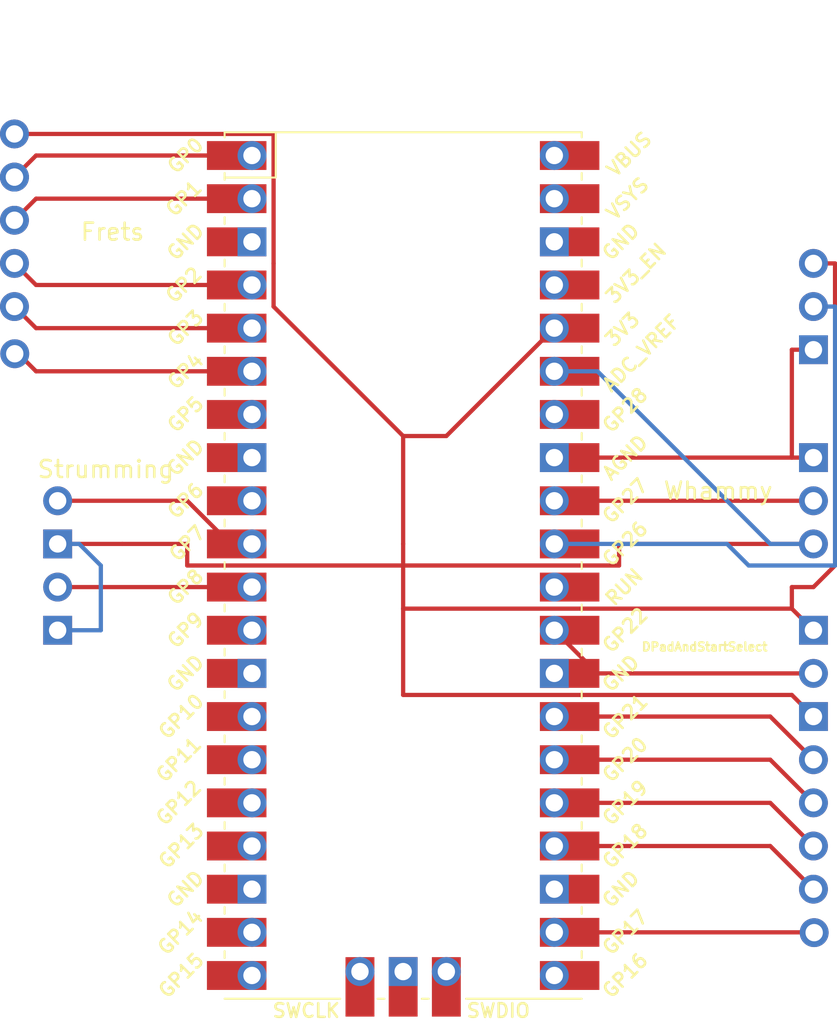
<source format=kicad_pcb>
(kicad_pcb (version 20221018) (generator pcbnew)
  (layers (0 "F.Cu" signal) (31 "B.Cu" signal) (34 "B.Paste" user) (35 "F.Paste" user) (36 "B.SilkS" user "B.Silkscreen") (37 "F.SilkS" user "F.Silkscreen") (38 "B.Mask" user) (39 "F.Mask" user) (44 "Edge.Cuts" user))
  (net 0 "")
  (footprint "" (layer "F.Cu") (at 124.46 100.33)
    (fp_text reference "" (at 0 0) (layer "F.SilkS") (effects (font (size 1.27 1.27))))
    (fp_text value "" (at 0 0) (layer "F.SilkS") (effects (font (size 1.27 1.27))))
    (pad "13" thru_hole rect (at 0 0) (size 1.7 1.7) (drill 1.02) (layers "*.Cu" "*.Mask"))
  )
  (footprint "" (layer "F.Cu") (at 168.91 86.36)
    (fp_text reference "" (at 0 0) (layer "F.SilkS") (effects (font (size 1.27 1.27))))
    (fp_text value "" (at 0 0) (layer "F.SilkS") (effects (font (size 1.27 1.27))))
    (pad "36" thru_hole oval (at 0 0) (size 1.7 1.7) (drill 1.02) (layers "*.Cu" "*.Mask"))
  )
  (footprint "" (layer "F.Cu") (at 168.91 100.33)
    (fp_text reference "" (at 0 0) (layer "F.SilkS") (effects (font (size 1.27 1.27))))
    (fp_text value "" (at 0 0) (layer "F.SilkS") (effects (font (size 1.27 1.27))))
    (pad "31" thru_hole oval (at 0 0) (size 1.7 1.7) (drill 1.02) (layers "*.Cu" "*.Mask"))
  )
  (footprint "" (layer "F.Cu") (at 168.91 110.49)
    (fp_text reference "" (at 0 0) (layer "F.SilkS") (effects (font (size 1.27 1.27))))
    (fp_text value "" (at 0 0) (layer "F.SilkS") (effects (font (size 1.27 1.27))))
    (pad "28" thru_hole rect (at 0 0) (size 1.7 1.7) (drill 1.02) (layers "*.Cu" "*.Mask"))
  )
  (footprint "" (layer "F.Cu") (at 121.92 81.28)
    (fp_text reference "" (at 0 0) (layer "F.SilkS") (effects (font (size 1.27 1.27))))
    (fp_text value "" (at 0 0) (layer "F.SilkS") (effects (font (size 1.27 1.27))))
    (pad "1" thru_hole oval (at 0 0) (size 1.7 1.7) (drill 1.02) (layers "*.Cu" "*.Mask"))
  )
  (footprint "" (layer "F.Cu") (at 168.91 113.03)
    (fp_text reference "" (at 0 0) (layer "F.SilkS") (effects (font (size 1.27 1.27))))
    (fp_text value "" (at 0 0) (layer "F.SilkS") (effects (font (size 1.27 1.27))))
    (pad "30" thru_hole oval (at 0 0) (size 1.7 1.7) (drill 1.02) (layers "*.Cu" "*.Mask"))
  )
  (footprint "" (layer "F.Cu") (at 124.46 102.87)
    (fp_text reference "" (at 0 0) (layer "F.SilkS") (effects (font (size 1.27 1.27))))
    (fp_text value "" (at 0 0) (layer "F.SilkS") (effects (font (size 1.27 1.27))))
    (pad "9" thru_hole oval (at 0 0) (size 1.7 1.7) (drill 1.02) (layers "*.Cu" "*.Mask"))
  )
  (footprint "" (layer "F.Cu") (at 124.46 97.79)
    (fp_text reference "" (at 0 0) (layer "F.SilkS") (effects (font (size 1.27 1.27))))
    (fp_text value "" (at 0 0) (layer "F.SilkS") (effects (font (size 1.27 1.27))))
    (pad "9" thru_hole oval (at 0 0) (size 1.7 1.7) (drill 1.02) (layers "*.Cu" "*.Mask"))
  )
  (footprint "" (layer "F.Cu") (at 121.92 78.74)
    (fp_text reference "" (at 0 0) (layer "F.SilkS") (effects (font (size 1.27 1.27))))
    (fp_text value "" (at 0 0) (layer "F.SilkS") (effects (font (size 1.27 1.27))))
    (pad "1" thru_hole oval (at 0 0) (size 1.7 1.7) (drill 1.02) (layers "*.Cu" "*.Mask"))
  )
  (footprint "PicoBoard:RPi_Pico_SMD_TH" (layer "F.Cu") (at 144.78 101.6)
    (fp_text reference "REF**" hide)
    (fp_text value "RPi_Pico_SMD_TH")
    (fp_text user "GND" (at -12.8 19.05 45) (layer "F.SilkS") (effects (font (size 0.8 0.8))))
    (fp_text user "3V3_EN" (at 13.7 -17.2 45) (layer "F.SilkS") (effects (font (size 0.8 0.8))))
    (fp_text user "SWCLK" (at -5.7 26.2) (layer "F.SilkS") (effects (font (size 0.8 0.8))))
    (fp_text user "GP7" (at -12.7 -1.3 45) (layer "F.SilkS") (effects (font (size 0.8 0.8))))
    (fp_text user "GP8" (at -12.8 1.27 45) (layer "F.SilkS") (effects (font (size 0.8 0.8))))
    (fp_text user "VSYS" (at 13.2 -21.59 45) (layer "F.SilkS") (effects (font (size 0.8 0.8))))
    (fp_text user "GP6" (at -12.8 -3.81 45) (layer "F.SilkS") (effects (font (size 0.8 0.8))))
    (fp_text user "GP4" (at -12.8 -11.43 45) (layer "F.SilkS") (effects (font (size 0.8 0.8))))
    (fp_text user "GP28" (at 13.054 -9.144 45) (layer "F.SilkS") (effects (font (size 0.8 0.8))))
    (fp_text user "GND" (at -12.8 -19.05 45) (layer "F.SilkS") (effects (font (size 0.8 0.8))))
    (fp_text user "GP13" (at -13.054 16.51 45) (layer "F.SilkS") (effects (font (size 0.8 0.8))))
    (fp_text user "GP19" (at 13.054 13.97 45) (layer "F.SilkS") (effects (font (size 0.8 0.8))))
    (fp_text user "GP21" (at 13.054 8.9 45) (layer "F.SilkS") (effects (font (size 0.8 0.8))))
    (fp_text user "GP26" (at 13.054 -1.27 45) (layer "F.SilkS") (effects (font (size 0.8 0.8))))
    (fp_text user "GP18" (at 13.054 16.51 45) (layer "F.SilkS") (effects (font (size 0.8 0.8))))
    (fp_text user "3V3" (at 12.9 -13.9 45) (layer "F.SilkS") (effects (font (size 0.8 0.8))))
    (fp_text user "VBUS" (at 13.3 -24.2 45) (layer "F.SilkS") (effects (font (size 0.8 0.8))))
    (fp_text user "GND" (at 12.8 6.35 45) (layer "F.SilkS") (effects (font (size 0.8 0.8))))
    (fp_text user "GP27" (at 13.054 -3.8 45) (layer "F.SilkS") (effects (font (size 0.8 0.8))))
    (fp_text user "GP2" (at -12.9 -16.51 45) (layer "F.SilkS") (effects (font (size 0.8 0.8))))
    (fp_text user "GP0" (at -12.8 -24.13 45) (layer "F.SilkS") (effects (font (size 0.8 0.8))))
    (fp_text user "GND" (at 12.8 -19.05 45) (layer "F.SilkS") (effects (font (size 0.8 0.8))))
    (fp_text user "GP22" (at 13.054 3.81 45) (layer "F.SilkS") (effects (font (size 0.8 0.8))))
    (fp_text user "AGND" (at 13.054 -6.35 45) (layer "F.SilkS") (effects (font (size 0.8 0.8))))
    (fp_text user "GP10" (at -13.054 8.89 45) (layer "F.SilkS") (effects (font (size 0.8 0.8))))
    (fp_text user "GP20" (at 13.054 11.43 45) (layer "F.SilkS") (effects (font (size 0.8 0.8))))
    (fp_text user "GP14" (at -13.1 21.59 45) (layer "F.SilkS") (effects (font (size 0.8 0.8))))
    (fp_text user "GND" (at -12.8 -6.35 45) (layer "F.SilkS") (effects (font (size 0.8 0.8))))
    (fp_text user "GND" (at 12.8 19.05 45) (layer "F.SilkS") (effects (font (size 0.8 0.8))))
    (fp_text user "GP16" (at 13.054 24.13 45) (layer "F.SilkS") (effects (font (size 0.8 0.8))))
    (fp_text user "GP12" (at -13.2 13.97 45) (layer "F.SilkS") (effects (font (size 0.8 0.8))))
    (fp_text user "GP11" (at -13.2 11.43 45) (layer "F.SilkS") (effects (font (size 0.8 0.8))))
    (fp_text user "GP5" (at -12.8 -8.89 45) (layer "F.SilkS") (effects (font (size 0.8 0.8))))
    (fp_text user "GP15" (at -13.054 24.13 45) (layer "F.SilkS") (effects (font (size 0.8 0.8))))
    (fp_text user "GP1" (at -12.9 -21.6 45) (layer "F.SilkS") (effects (font (size 0.8 0.8))))
    (fp_text user "GP17" (at 13.054 21.59 45) (layer "F.SilkS") (effects (font (size 0.8 0.8))))
    (fp_text user "GND" (at -12.8 6.35 45) (layer "F.SilkS") (effects (font (size 0.8 0.8))))
    (fp_text user "RUN" (at 13 1.27 45) (layer "F.SilkS") (effects (font (size 0.8 0.8))))
    (fp_text user "SWDIO" (at 5.6 26.2) (layer "F.SilkS") (effects (font (size 0.8 0.8))))
    (fp_text user "ADC_VREF" (at 14 -12.5 45) (layer "F.SilkS") (effects (font (size 0.8 0.8))))
    (fp_text user "GP3" (at -12.8 -13.97 45) (layer "F.SilkS") (effects (font (size 0.8 0.8))))
    (fp_text user "GP9" (at -12.8 3.81 45) (layer "F.SilkS") (effects (font (size 0.8 0.8))))
    (fp_line (start -10.5 -25.5) (end -10.5 -25.2) (stroke (width 0.12)) (layer "F.SilkS"))
    (fp_line (start -10.5 -25.5) (end 10.5 -25.5) (stroke (width 0.12)) (layer "F.SilkS"))
    (fp_line (start -10.5 -23.1) (end -10.5 -22.7) (stroke (width 0.12)) (layer "F.SilkS"))
    (fp_line (start -10.5 -22.833) (end -7.493 -22.833) (stroke (width 0.12)) (layer "F.SilkS"))
    (fp_line (start -10.5 -20.5) (end -10.5 -20.1) (stroke (width 0.12)) (layer "F.SilkS"))
    (fp_line (start -10.5 -18) (end -10.5 -17.6) (stroke (width 0.12)) (layer "F.SilkS"))
    (fp_line (start -10.5 -15.4) (end -10.5 -15) (stroke (width 0.12)) (layer "F.SilkS"))
    (fp_line (start -10.5 -12.9) (end -10.5 -12.5) (stroke (width 0.12)) (layer "F.SilkS"))
    (fp_line (start -10.5 -10.4) (end -10.5 -10) (stroke (width 0.12)) (layer "F.SilkS"))
    (fp_line (start -10.5 -7.8) (end -10.5 -7.4) (stroke (width 0.12)) (layer "F.SilkS"))
    (fp_line (start -10.5 -5.3) (end -10.5 -4.9) (stroke (width 0.12)) (layer "F.SilkS"))
    (fp_line (start -10.5 -2.7) (end -10.5 -2.3) (stroke (width 0.12)) (layer "F.SilkS"))
    (fp_line (start -10.5 -0.2) (end -10.5 0.2) (stroke (width 0.12)) (layer "F.SilkS"))
    (fp_line (start -10.5 2.3) (end -10.5 2.7) (stroke (width 0.12)) (layer "F.SilkS"))
    (fp_line (start -10.5 4.9) (end -10.5 5.3) (stroke (width 0.12)) (layer "F.SilkS"))
    (fp_line (start -10.5 7.4) (end -10.5 7.8) (stroke (width 0.12)) (layer "F.SilkS"))
    (fp_line (start -10.5 10) (end -10.5 10.4) (stroke (width 0.12)) (layer "F.SilkS"))
    (fp_line (start -10.5 12.5) (end -10.5 12.9) (stroke (width 0.12)) (layer "F.SilkS"))
    (fp_line (start -10.5 15.1) (end -10.5 15.5) (stroke (width 0.12)) (layer "F.SilkS"))
    (fp_line (start -10.5 17.6) (end -10.5 18) (stroke (width 0.12)) (layer "F.SilkS"))
    (fp_line (start -10.5 20.1) (end -10.5 20.5) (stroke (width 0.12)) (layer "F.SilkS"))
    (fp_line (start -10.5 22.7) (end -10.5 23.1) (stroke (width 0.12)) (layer "F.SilkS"))
    (fp_line (start -7.493 -22.833) (end -7.493 -25.5) (stroke (width 0.12)) (layer "F.SilkS"))
    (fp_line (start -3.7 25.5) (end -10.5 25.5) (stroke (width 0.12)) (layer "F.SilkS"))
    (fp_line (start -1.5 25.5) (end -1.1 25.5) (stroke (width 0.12)) (layer "F.SilkS"))
    (fp_line (start 1.1 25.5) (end 1.5 25.5) (stroke (width 0.12)) (layer "F.SilkS"))
    (fp_line (start 10.5 -25.5) (end 10.5 -25.2) (stroke (width 0.12)) (layer "F.SilkS"))
    (fp_line (start 10.5 -23.1) (end 10.5 -22.7) (stroke (width 0.12)) (layer "F.SilkS"))
    (fp_line (start 10.5 -20.5) (end 10.5 -20.1) (stroke (width 0.12)) (layer "F.SilkS"))
    (fp_line (start 10.5 -18) (end 10.5 -17.6) (stroke (width 0.12)) (layer "F.SilkS"))
    (fp_line (start 10.5 -15.4) (end 10.5 -15) (stroke (width 0.12)) (layer "F.SilkS"))
    (fp_line (start 10.5 -12.9) (end 10.5 -12.5) (stroke (width 0.12)) (layer "F.SilkS"))
    (fp_line (start 10.5 -10.4) (end 10.5 -10) (stroke (width 0.12)) (layer "F.SilkS"))
    (fp_line (start 10.5 -7.8) (end 10.5 -7.4) (stroke (width 0.12)) (layer "F.SilkS"))
    (fp_line (start 10.5 -5.3) (end 10.5 -4.9) (stroke (width 0.12)) (layer "F.SilkS"))
    (fp_line (start 10.5 -2.7) (end 10.5 -2.3) (stroke (width 0.12)) (layer "F.SilkS"))
    (fp_line (start 10.5 -0.2) (end 10.5 0.2) (stroke (width 0.12)) (layer "F.SilkS"))
    (fp_line (start 10.5 2.3) (end 10.5 2.7) (stroke (width 0.12)) (layer "F.SilkS"))
    (fp_line (start 10.5 4.9) (end 10.5 5.3) (stroke (width 0.12)) (layer "F.SilkS"))
    (fp_line (start 10.5 7.4) (end 10.5 7.8) (stroke (width 0.12)) (layer "F.SilkS"))
    (fp_line (start 10.5 10) (end 10.5 10.4) (stroke (width 0.12)) (layer "F.SilkS"))
    (fp_line (start 10.5 12.5) (end 10.5 12.9) (stroke (width 0.12)) (layer "F.SilkS"))
    (fp_line (start 10.5 15.1) (end 10.5 15.5) (stroke (width 0.12)) (layer "F.SilkS"))
    (fp_line (start 10.5 17.6) (end 10.5 18) (stroke (width 0.12)) (layer "F.SilkS"))
    (fp_line (start 10.5 20.1) (end 10.5 20.5) (stroke (width 0.12)) (layer "F.SilkS"))
    (fp_line (start 10.5 22.7) (end 10.5 23.1) (stroke (width 0.12)) (layer "F.SilkS"))
    (fp_line (start 10.5 25.5) (end 3.7 25.5) (stroke (width 0.12)) (layer "F.SilkS"))
    (pad "" np_thru_hole oval (at -2.725 -24) (size 1.8 1.8) (drill 1.8) (layers "*.Cu" "*.Mask"))
    (pad "" np_thru_hole oval (at -2.425 -20.97) (size 1.5 1.5) (drill 1.5) (layers "*.Cu" "*.Mask"))
    (pad "" np_thru_hole oval (at 2.425 -20.97) (size 1.5 1.5) (drill 1.5) (layers "*.Cu" "*.Mask"))
    (pad "" np_thru_hole oval (at 2.725 -24) (size 1.8 1.8) (drill 1.8) (layers "*.Cu" "*.Mask"))
    (pad "1" thru_hole oval (at -8.89 -24.13) (size 1.7 1.7) (drill 1.02) (layers "*.Cu" "*.Mask"))
    (pad "1" smd rect (at -8.89 -24.13) (size 3.5 1.7) (drill (offset -0.9 0)) (layers "F.Cu" "F.Mask"))
    (pad "2" thru_hole oval (at -8.89 -21.59) (size 1.7 1.7) (drill 1.02) (layers "*.Cu" "*.Mask"))
    (pad "2" smd rect (at -8.89 -21.59) (size 3.5 1.7) (drill (offset -0.9 0)) (layers "F.Cu" "F.Mask"))
    (pad "3" thru_hole rect (at -8.89 -19.05) (size 1.7 1.7) (drill 1.02) (layers "*.Cu" "*.Mask"))
    (pad "3" smd rect (at -8.89 -19.05) (size 3.5 1.7) (drill (offset -0.9 0)) (layers "F.Cu" "F.Mask"))
    (pad "4" thru_hole oval (at -8.89 -16.51) (size 1.7 1.7) (drill 1.02) (layers "*.Cu" "*.Mask"))
    (pad "4" smd rect (at -8.89 -16.51) (size 3.5 1.7) (drill (offset -0.9 0)) (layers "F.Cu" "F.Mask"))
    (pad "5" thru_hole oval (at -8.89 -13.97) (size 1.7 1.7) (drill 1.02) (layers "*.Cu" "*.Mask"))
    (pad "5" smd rect (at -8.89 -13.97) (size 3.5 1.7) (drill (offset -0.9 0)) (layers "F.Cu" "F.Mask"))
    (pad "6" thru_hole oval (at -8.89 -11.43) (size 1.7 1.7) (drill 1.02) (layers "*.Cu" "*.Mask"))
    (pad "6" smd rect (at -8.89 -11.43) (size 3.5 1.7) (drill (offset -0.9 0)) (layers "F.Cu" "F.Mask"))
    (pad "7" thru_hole oval (at -8.89 -8.89) (size 1.7 1.7) (drill 1.02) (layers "*.Cu" "*.Mask"))
    (pad "7" smd rect (at -8.89 -8.89) (size 3.5 1.7) (drill (offset -0.9 0)) (layers "F.Cu" "F.Mask"))
    (pad "8" thru_hole rect (at -8.89 -6.35) (size 1.7 1.7) (drill 1.02) (layers "*.Cu" "*.Mask"))
    (pad "8" smd rect (at -8.89 -6.35) (size 3.5 1.7) (drill (offset -0.9 0)) (layers "F.Cu" "F.Mask"))
    (pad "9" thru_hole oval (at -8.89 -3.81) (size 1.7 1.7) (drill 1.02) (layers "*.Cu" "*.Mask"))
    (pad "9" smd rect (at -8.89 -3.81) (size 3.5 1.7) (drill (offset -0.9 0)) (layers "F.Cu" "F.Mask"))
    (pad "10" thru_hole oval (at -8.89 -1.27) (size 1.7 1.7) (drill 1.02) (layers "*.Cu" "*.Mask"))
    (pad "10" smd rect (at -8.89 -1.27) (size 3.5 1.7) (drill (offset -0.9 0)) (layers "F.Cu" "F.Mask"))
    (pad "11" thru_hole oval (at -8.89 1.27) (size 1.7 1.7) (drill 1.02) (layers "*.Cu" "*.Mask"))
    (pad "11" smd rect (at -8.89 1.27) (size 3.5 1.7) (drill (offset -0.9 0)) (layers "F.Cu" "F.Mask"))
    (pad "12" thru_hole oval (at -8.89 3.81) (size 1.7 1.7) (drill 1.02) (layers "*.Cu" "*.Mask"))
    (pad "12" smd rect (at -8.89 3.81) (size 3.5 1.7) (drill (offset -0.9 0)) (layers "F.Cu" "F.Mask"))
    (pad "13" thru_hole rect (at -8.89 6.35) (size 1.7 1.7) (drill 1.02) (layers "*.Cu" "*.Mask"))
    (pad "13" smd rect (at -8.89 6.35) (size 3.5 1.7) (drill (offset -0.9 0)) (layers "F.Cu" "F.Mask"))
    (pad "14" thru_hole oval (at -8.89 8.89) (size 1.7 1.7) (drill 1.02) (layers "*.Cu" "*.Mask"))
    (pad "14" smd rect (at -8.89 8.89) (size 3.5 1.7) (drill (offset -0.9 0)) (layers "F.Cu" "F.Mask"))
    (pad "15" thru_hole oval (at -8.89 11.43) (size 1.7 1.7) (drill 1.02) (layers "*.Cu" "*.Mask"))
    (pad "15" smd rect (at -8.89 11.43) (size 3.5 1.7) (drill (offset -0.9 0)) (layers "F.Cu" "F.Mask"))
    (pad "16" thru_hole oval (at -8.89 13.97) (size 1.7 1.7) (drill 1.02) (layers "*.Cu" "*.Mask"))
    (pad "16" smd rect (at -8.89 13.97) (size 3.5 1.7) (drill (offset -0.9 0)) (layers "F.Cu" "F.Mask"))
    (pad "17" thru_hole oval (at -8.89 16.51) (size 1.7 1.7) (drill 1.02) (layers "*.Cu" "*.Mask"))
    (pad "17" smd rect (at -8.89 16.51) (size 3.5 1.7) (drill (offset -0.9 0)) (layers "F.Cu" "F.Mask"))
    (pad "18" thru_hole rect (at -8.89 19.05) (size 1.7 1.7) (drill 1.02) (layers "*.Cu" "*.Mask"))
    (pad "18" smd rect (at -8.89 19.05) (size 3.5 1.7) (drill (offset -0.9 0)) (layers "F.Cu" "F.Mask"))
    (pad "19" thru_hole oval (at -8.89 21.59) (size 1.7 1.7) (drill 1.02) (layers "*.Cu" "*.Mask"))
    (pad "19" smd rect (at -8.89 21.59) (size 3.5 1.7) (drill (offset -0.9 0)) (layers "F.Cu" "F.Mask"))
    (pad "20" thru_hole oval (at -8.89 24.13) (size 1.7 1.7) (drill 1.02) (layers "*.Cu" "*.Mask"))
    (pad "20" smd rect (at -8.89 24.13) (size 3.5 1.7) (drill (offset -0.9 0)) (layers "F.Cu" "F.Mask"))
    (pad "21" thru_hole oval (at 8.89 24.13) (size 1.7 1.7) (drill 1.02) (layers "*.Cu" "*.Mask"))
    (pad "21" smd rect (at 8.89 24.13) (size 3.5 1.7) (drill (offset 0.9 0)) (layers "F.Cu" "F.Mask"))
    (pad "22" thru_hole oval (at 8.89 21.59) (size 1.7 1.7) (drill 1.02) (layers "*.Cu" "*.Mask"))
    (pad "22" smd rect (at 8.89 21.59) (size 3.5 1.7) (drill (offset 0.9 0)) (layers "F.Cu" "F.Mask"))
    (pad "23" thru_hole rect (at 8.89 19.05) (size 1.7 1.7) (drill 1.02) (layers "*.Cu" "*.Mask"))
    (pad "23" smd rect (at 8.89 19.05) (size 3.5 1.7) (drill (offset 0.9 0)) (layers "F.Cu" "F.Mask"))
    (pad "24" thru_hole oval (at 8.89 16.51) (size 1.7 1.7) (drill 1.02) (layers "*.Cu" "*.Mask"))
    (pad "24" smd rect (at 8.89 16.51) (size 3.5 1.7) (drill (offset 0.9 0)) (layers "F.Cu" "F.Mask"))
    (pad "25" thru_hole oval (at 8.89 13.97) (size 1.7 1.7) (drill 1.02) (layers "*.Cu" "*.Mask"))
    (pad "25" smd rect (at 8.89 13.97) (size 3.5 1.7) (drill (offset 0.9 0)) (layers "F.Cu" "F.Mask"))
    (pad "26" thru_hole oval (at 8.89 11.43) (size 1.7 1.7) (drill 1.02) (layers "*.Cu" "*.Mask"))
    (pad "26" smd rect (at 8.89 11.43) (size 3.5 1.7) (drill (offset 0.9 0)) (layers "F.Cu" "F.Mask"))
    (pad "27" thru_hole oval (at 8.89 8.89) (size 1.7 1.7) (drill 1.02) (layers "*.Cu" "*.Mask"))
    (pad "27" smd rect (at 8.89 8.89) (size 3.5 1.7) (drill (offset 0.9 0)) (layers "F.Cu" "F.Mask"))
    (pad "28" thru_hole rect (at 8.89 6.35) (size 1.7 1.7) (drill 1.02) (layers "*.Cu" "*.Mask"))
    (pad "28" smd rect (at 8.89 6.35) (size 3.5 1.7) (drill (offset 0.9 0)) (layers "F.Cu" "F.Mask"))
    (pad "29" thru_hole oval (at 8.89 3.81) (size 1.7 1.7) (drill 1.02) (layers "*.Cu" "*.Mask"))
    (pad "29" smd rect (at 8.89 3.81) (size 3.5 1.7) (drill (offset 0.9 0)) (layers "F.Cu" "F.Mask"))
    (pad "30" thru_hole oval (at 8.89 1.27) (size 1.7 1.7) (drill 1.02) (layers "*.Cu" "*.Mask"))
    (pad "30" smd rect (at 8.89 1.27) (size 3.5 1.7) (drill (offset 0.9 0)) (layers "F.Cu" "F.Mask"))
    (pad "31" thru_hole oval (at 8.89 -1.27) (size 1.7 1.7) (drill 1.02) (layers "*.Cu" "*.Mask"))
    (pad "31" smd rect (at 8.89 -1.27) (size 3.5 1.7) (drill (offset 0.9 0)) (layers "F.Cu" "F.Mask"))
    (pad "32" thru_hole oval (at 8.89 -3.81) (size 1.7 1.7) (drill 1.02) (layers "*.Cu" "*.Mask"))
    (pad "32" smd rect (at 8.89 -3.81) (size 3.5 1.7) (drill (offset 0.9 0)) (layers "F.Cu" "F.Mask"))
    (pad "33" thru_hole rect (at 8.89 -6.35) (size 1.7 1.7) (drill 1.02) (layers "*.Cu" "*.Mask"))
    (pad "33" smd rect (at 8.89 -6.35) (size 3.5 1.7) (drill (offset 0.9 0)) (layers "F.Cu" "F.Mask"))
    (pad "34" thru_hole oval (at 8.89 -8.89) (size 1.7 1.7) (drill 1.02) (layers "*.Cu" "*.Mask"))
    (pad "34" smd rect (at 8.89 -8.89) (size 3.5 1.7) (drill (offset 0.9 0)) (layers "F.Cu" "F.Mask"))
    (pad "35" thru_hole oval (at 8.89 -11.43) (size 1.7 1.7) (drill 1.02) (layers "*.Cu" "*.Mask"))
    (pad "35" smd rect (at 8.89 -11.43) (size 3.5 1.7) (drill (offset 0.9 0)) (layers "F.Cu" "F.Mask"))
    (pad "36" thru_hole oval (at 8.89 -13.97) (size 1.7 1.7) (drill 1.02) (layers "*.Cu" "*.Mask"))
    (pad "36" smd rect (at 8.89 -13.97) (size 3.5 1.7) (drill (offset 0.9 0)) (layers "F.Cu" "F.Mask"))
    (pad "37" thru_hole oval (at 8.89 -16.51) (size 1.7 1.7) (drill 1.02) (layers "*.Cu" "*.Mask"))
    (pad "37" smd rect (at 8.89 -16.51) (size 3.5 1.7) (drill (offset 0.9 0)) (layers "F.Cu" "F.Mask"))
    (pad "38" thru_hole rect (at 8.89 -19.05) (size 1.7 1.7) (drill 1.02) (layers "*.Cu" "*.Mask"))
    (pad "38" smd rect (at 8.89 -19.05) (size 3.5 1.7) (drill (offset 0.9 0)) (layers "F.Cu" "F.Mask"))
    (pad "39" thru_hole oval (at 8.89 -21.59) (size 1.7 1.7) (drill 1.02) (layers "*.Cu" "*.Mask"))
    (pad "39" smd rect (at 8.89 -21.59) (size 3.5 1.7) (drill (offset 0.9 0)) (layers "F.Cu" "F.Mask"))
    (pad "40" thru_hole oval (at 8.89 -24.13) (size 1.7 1.7) (drill 1.02) (layers "*.Cu" "*.Mask"))
    (pad "40" smd rect (at 8.89 -24.13) (size 3.5 1.7) (drill (offset 0.9 0)) (layers "F.Cu" "F.Mask"))
    (pad "41" thru_hole oval (at -2.54 23.9) (size 1.7 1.7) (drill 1.02) (layers "*.Cu" "*.Mask"))
    (pad "41" smd rect (at -2.54 23.9 90) (size 3.5 1.7) (drill (offset -0.9 0)) (layers "F.Cu" "F.Mask"))
    (pad "42" thru_hole rect (at 0 23.9) (size 1.7 1.7) (drill 1.02) (layers "*.Cu" "*.Mask"))
    (pad "42" smd rect (at 0 23.9 90) (size 3.5 1.7) (drill (offset -0.9 0)) (layers "F.Cu" "F.Mask"))
    (pad "43" thru_hole oval (at 2.54 23.9) (size 1.7 1.7) (drill 1.02) (layers "*.Cu" "*.Mask"))
    (pad "43" smd rect (at 2.54 23.9 90) (size 3.5 1.7) (drill (offset -0.9 0)) (layers "F.Cu" "F.Mask"))
  )
  (footprint "" (layer "F.Cu") (at 168.91 105.41)
    (fp_text reference "" (at 0 0) (layer "F.SilkS") (effects (font (size 1.27 1.27))))
    (fp_text value "" (at 0 0) (layer "F.SilkS") (effects (font (size 1.27 1.27))))
    (pad "28" thru_hole rect (at 0 0) (size 1.7 1.7) (drill 1.02) (layers "*.Cu" "*.Mask"))
  )
  (footprint "" (layer "F.Cu") (at 168.91 97.79)
    (fp_text reference "" (at 0 0) (layer "F.SilkS") (effects (font (size 1.27 1.27))))
    (fp_text value "" (at 0 0) (layer "F.SilkS") (effects (font (size 1.27 1.27))))
    (pad "32" thru_hole oval (at 0 0) (size 1.7 1.7) (drill 1.02) (layers "*.Cu" "*.Mask"))
  )
  (footprint "" (layer "F.Cu") (at 168.91 120.65)
    (fp_text reference "" (at 0 0) (layer "F.SilkS") (effects (font (size 1.27 1.27))))
    (fp_text value "" (at 0 0) (layer "F.SilkS") (effects (font (size 1.27 1.27))))
    (pad "30" thru_hole oval (at 0 0) (size 1.7 1.7) (drill 1.02) (layers "*.Cu" "*.Mask"))
  )
  (footprint "" (layer "F.Cu") (at 168.91 107.95)
    (fp_text reference "" (at 0 0) (layer "F.SilkS") (effects (font (size 1.27 1.27))))
    (fp_text value "" (at 0 0) (layer "F.SilkS") (effects (font (size 1.27 1.27))))
    (pad "30" thru_hole oval (at 0 0) (size 1.7 1.7) (drill 1.02) (layers "*.Cu" "*.Mask"))
  )
  (footprint "" (layer "F.Cu") (at 168.953025 123.208536)
    (fp_text reference "" (at 0 0) (layer "F.SilkS") (effects (font (size 1.27 1.27))))
    (fp_text value "" (at 0 0) (layer "F.SilkS") (effects (font (size 1.27 1.27))))
    (pad "30" thru_hole oval (at 0 0) (size 1.7 1.7) (drill 1.02) (layers "*.Cu" "*.Mask"))
  )
  (footprint "" (layer "F.Cu") (at 124.46 105.41)
    (fp_text reference "" (at 0 0) (layer "F.SilkS") (effects (font (size 1.27 1.27))))
    (fp_text value "" (at 0 0) (layer "F.SilkS") (effects (font (size 1.27 1.27))))
    (pad "13" thru_hole rect (at 0 0) (size 1.7 1.7) (drill 1.02) (layers "*.Cu" "*.Mask"))
  )
  (footprint "" (layer "F.Cu") (at 168.91 95.25)
    (fp_text reference "" (at 0 0) (layer "F.SilkS") (effects (font (size 1.27 1.27))))
    (fp_text value "" (at 0 0) (layer "F.SilkS") (effects (font (size 1.27 1.27))))
    (pad "28" thru_hole rect (at 0 0) (size 1.7 1.7) (drill 1.02) (layers "*.Cu" "*.Mask"))
  )
  (footprint "" (layer "F.Cu") (at 121.92 78.74)
    (fp_text reference "" (at 0 0) (layer "F.SilkS") (effects (font (size 1.27 1.27))))
    (fp_text value "" (at 0 0) (layer "F.SilkS") (effects (font (size 1.27 1.27))))
    (pad "1" thru_hole oval (at 0 0) (size 1.7 1.7) (drill 1.02) (layers "*.Cu" "*.Mask"))
  )
  (footprint "" (layer "F.Cu") (at 168.91 83.82)
    (fp_text reference "" (at 0 0) (layer "F.SilkS") (effects (font (size 1.27 1.27))))
    (fp_text value "" (at 0 0) (layer "F.SilkS") (effects (font (size 1.27 1.27))))
    (pad "35" thru_hole oval (at 0 0) (size 1.7 1.7) (drill 1.02) (layers "*.Cu" "*.Mask"))
  )
  (footprint "" (layer "F.Cu") (at 168.91 88.9)
    (fp_text reference "" (at 0 0) (layer "F.SilkS") (effects (font (size 1.27 1.27))))
    (fp_text value "" (at 0 0) (layer "F.SilkS") (effects (font (size 1.27 1.27))))
    (pad "33" thru_hole rect (at 0 0) (size 1.7 1.7) (drill 1.02) (layers "*.Cu" "*.Mask"))
  )
  (footprint "" (layer "F.Cu") (at 121.92 76.2)
    (fp_text reference "" (at 0 -7.62) (layer "F.SilkS") (effects (font (size 1.27 1.27))))
    (fp_text value "" (at 0 -7.62) (layer "F.SilkS") (effects (font (size 1.27 1.27))))
    (pad "1" thru_hole oval (at 0 0) (size 1.7 1.7) (drill 1.02) (layers "*.Cu" "*.Mask"))
  )
  (footprint "" (layer "F.Cu") (at 168.91 115.57)
    (fp_text reference "" (at 0 0) (layer "F.SilkS") (effects (font (size 1.27 1.27))))
    (fp_text value "" (at 0 0) (layer "F.SilkS") (effects (font (size 1.27 1.27))))
    (pad "30" thru_hole oval (at 0 0) (size 1.7 1.7) (drill 1.02) (layers "*.Cu" "*.Mask"))
  )
  (footprint "" (layer "F.Cu") (at 121.92 83.82)
    (fp_text reference "" (at 0 0) (layer "F.SilkS") (effects (font (size 1.27 1.27))))
    (fp_text value "" (at 0 0) (layer "F.SilkS") (effects (font (size 1.27 1.27))))
    (pad "1" thru_hole oval (at 0 0) (size 1.7 1.7) (drill 1.02) (layers "*.Cu" "*.Mask"))
  )
  (footprint "" (layer "F.Cu") (at 121.92 86.36)
    (fp_text reference "" (at 0 0) (layer "F.SilkS") (effects (font (size 1.27 1.27))))
    (fp_text value "" (at 0 0) (layer "F.SilkS") (effects (font (size 1.27 1.27))))
    (pad "1" thru_hole oval (at 0 0) (size 1.7 1.7) (drill 1.02) (layers "*.Cu" "*.Mask"))
  )
  (footprint "" (layer "F.Cu") (at 121.937378 89.136238)
    (fp_text reference "" (at 0 0) (layer "F.SilkS") (effects (font (size 1.27 1.27))))
    (fp_text value "" (at 0 0) (layer "F.SilkS") (effects (font (size 1.27 1.27))))
    (pad "1" thru_hole oval (at 0 0) (size 1.7 1.7) (drill 1.02) (layers "*.Cu" "*.Mask"))
  )
  (footprint "" (layer "F.Cu") (at 168.91 118.11)
    (fp_text reference "" (at 0 0) (layer "F.SilkS") (effects (font (size 1.27 1.27))))
    (fp_text value "" (at 0 0) (layer "F.SilkS") (effects (font (size 1.27 1.27))))
    (pad "30" thru_hole oval (at 0 0) (size 1.7 1.7) (drill 1.02) (layers "*.Cu" "*.Mask"))
  )
  (gr_text "DPadAndStartSelect\n" (at 158.75 106.68) (layer "F.SilkS") (effects (font (size 0.5 0.5) (thickness 0.125)) (justify left bottom)))
  (gr_text "Whammy" (at 160.02 97.79) (layer "F.SilkS") (effects (font (size 1 1)) (justify left bottom)))
  (gr_text "Frets\n" (at 125.73 82.55) (layer "F.SilkS") (effects (font (size 1 1)) (justify left bottom)))
  (gr_text "Strumming" (at 123.19 96.52) (layer "F.SilkS") (effects (font (size 1 1)) (justify left bottom)))
  (segment (start 144.78 100.33) (end 144.78 101.6) (width 0.25) (layer "F.Cu") (net 0))
  (segment (start 170.18 83.82) (end 170.18 101.6) (width 0.25) (layer "F.Cu") (net 0))
  (segment (start 157.48 100.33) (end 168.91 100.33) (width 0.25) (layer "F.Cu") (net 0))
  (segment (start 166.37 110.49) (end 168.91 113.03) (width 0.25) (layer "F.Cu") (net 0))
  (segment (start 123.19 87.63) (end 121.92 86.36) (width 0.25) (layer "F.Cu") (net 0))
  (segment (start 167.64 109.22) (end 144.78 109.22) (width 0.25) (layer "F.Cu") (net 0))
  (segment (start 147.32 93.98) (end 144.78 93.98) (width 0.25) (layer "F.Cu") (net 0))
  (segment (start 134.62 100.33) (end 132.08 97.79) (width 0.25) (layer "F.Cu") (net 0))
  (segment (start 123.19 77.47) (end 121.92 78.74) (width 0.25) (layer "F.Cu") (net 0))
  (segment (start 137.16 83.82) (end 137.16 76.2) (width 0.25) (layer "F.Cu") (net 0))
  (segment (start 153.67 95.25) (end 167.64 95.25) (width 0.25) (layer "F.Cu") (net 0))
  (segment (start 153.67 113.03) (end 166.37 113.03) (width 0.25) (layer "F.Cu") (net 0))
  (segment (start 167.64 104.14) (end 168.91 105.41) (width 0.25) (layer "F.Cu") (net 0))
  (segment (start 123.19 80.01) (end 121.92 81.28) (width 0.25) (layer "F.Cu") (net 0))
  (segment (start 123.19 90.17) (end 121.92 88.9) (width 0.25) (layer "F.Cu") (net 0))
  (segment (start 153.67 105.41) (end 156.21 107.95) (width 0.25) (layer "F.Cu") (net 0))
  (segment (start 168.91 110.49) (end 167.64 109.22) (width 0.25) (layer "F.Cu") (net 0))
  (segment (start 153.67 110.49) (end 166.37 110.49) (width 0.25) (layer "F.Cu") (net 0))
  (segment (start 144.78 93.98) (end 144.78 100.33) (width 0.25) (layer "F.Cu") (net 0))
  (segment (start 167.64 102.87) (end 167.64 104.14) (width 0.25) (layer "F.Cu") (net 0))
  (segment (start 135.89 87.63) (end 123.19 87.63) (width 0.25) (layer "F.Cu") (net 0))
  (segment (start 153.67 123.19) (end 168.91 123.19) (width 0.25) (layer "F.Cu") (net 0))
  (segment (start 135.89 90.17) (end 123.19 90.17) (width 0.25) (layer "F.Cu") (net 0))
  (segment (start 135.89 80.01) (end 123.19 80.01) (width 0.25) (layer "F.Cu") (net 0))
  (segment (start 153.67 118.11) (end 166.37 118.11) (width 0.25) (layer "F.Cu") (net 0))
  (segment (start 168.91 102.87) (end 167.64 102.87) (width 0.25) (layer "F.Cu") (net 0))
  (segment (start 128.27 100.33) (end 124.46 100.33) (width 0.25) (layer "F.Cu") (net 0))
  (segment (start 137.16 76.2) (end 121.92 76.2) (width 0.25) (layer "F.Cu") (net 0))
  (segment (start 135.89 85.09) (end 123.19 85.09) (width 0.25) (layer "F.Cu") (net 0))
  (segment (start 167.64 95.25) (end 168.91 95.25) (width 0.25) (layer "F.Cu") (net 0))
  (segment (start 123.19 85.09) (end 121.92 83.82) (width 0.25) (layer "F.Cu") (net 0))
  (segment (start 144.78 101.6) (end 157.48 101.6) (width 0.25) (layer "F.Cu") (net 0))
  (segment (start 144.78 104.14) (end 167.64 104.14) (width 0.25) (layer "F.Cu") (net 0))
  (segment (start 170.18 101.6) (end 168.91 102.87) (width 0.25) (layer "F.Cu") (net 0))
  (segment (start 132.08 97.79) (end 124.46 97.79) (width 0.25) (layer "F.Cu") (net 0))
  (segment (start 166.37 118.11) (end 168.91 120.65) (width 0.25) (layer "F.Cu") (net 0))
  (segment (start 135.89 77.47) (end 123.19 77.47) (width 0.25) (layer "F.Cu") (net 0))
  (segment (start 168.91 83.82) (end 170.18 83.82) (width 0.25) (layer "F.Cu") (net 0))
  (segment (start 144.78 101.6) (end 144.78 104.14) (width 0.25) (layer "F.Cu") (net 0))
  (segment (start 132.08 101.6) (end 132.08 100.33) (width 0.25) (layer "F.Cu") (net 0))
  (segment (start 144.78 93.98) (end 137.16 86.36) (width 0.25) (layer "F.Cu") (net 0))
  (segment (start 144.78 104.14) (end 144.78 109.22) (width 0.25) (layer "F.Cu") (net 0))
  (segment (start 167.64 88.9) (end 168.91 88.9) (width 0.25) (layer "F.Cu") (net 0))
  (segment (start 153.67 115.57) (end 166.37 115.57) (width 0.25) (layer "F.Cu") (net 0))
  (segment (start 135.89 102.87) (end 124.46 102.87) (width 0.25) (layer "F.Cu") (net 0))
  (segment (start 167.64 95.25) (end 167.64 88.9) (width 0.25) (layer "F.Cu") (net 0))
  (segment (start 153.67 97.79) (end 168.91 97.79) (width 0.25) (layer "F.Cu") (net 0))
  (segment (start 156.21 107.95) (end 168.91 107.95) (width 0.25) (layer "F.Cu") (net 0))
  (segment (start 166.37 113.03) (end 168.91 115.57) (width 0.25) (layer "F.Cu") (net 0))
  (segment (start 153.67 87.63) (end 147.32 93.98) (width 0.25) (layer "F.Cu") (net 0))
  (segment (start 135.89 100.33) (end 134.62 100.33) (width 0.25) (layer "F.Cu") (net 0))
  (segment (start 137.16 86.36) (end 137.16 83.82) (width 0.25) (layer "F.Cu") (net 0))
  (segment (start 157.48 101.6) (end 157.48 100.33) (width 0.25) (layer "F.Cu") (net 0))
  (segment (start 166.37 115.57) (end 168.91 118.11) (width 0.25) (layer "F.Cu") (net 0))
  (segment (start 144.78 101.6) (end 132.08 101.6) (width 0.25) (layer "F.Cu") (net 0))
  (segment (start 132.08 100.33) (end 128.27 100.33) (width 0.25) (layer "F.Cu") (net 0))
  (segment (start 170.18 86.36) (end 168.91 86.36) (width 0.25) (layer "B.Cu") (net 0))
  (segment (start 125.73 100.33) (end 127 101.6) (width 0.25) (layer "B.Cu") (net 0))
  (segment (start 127 101.6) (end 127 105.41) (width 0.25) (layer "B.Cu") (net 0))
  (segment (start 127 105.41) (end 124.46 105.41) (width 0.25) (layer "B.Cu") (net 0))
  (segment (start 153.67 90.17) (end 156.21 90.17) (width 0.25) (layer "B.Cu") (net 0))
  (segment (start 170.18 101.6) (end 170.18 86.36) (width 0.25) (layer "B.Cu") (net 0))
  (segment (start 166.37 100.33) (end 168.91 100.33) (width 0.25) (layer "B.Cu") (net 0))
  (segment (start 153.67 100.33) (end 163.83 100.33) (width 0.25) (layer "B.Cu") (net 0))
  (segment (start 156.21 90.17) (end 166.37 100.33) (width 0.25) (layer "B.Cu") (net 0))
  (segment (start 165.1 101.6) (end 170.18 101.6) (width 0.25) (layer "B.Cu") (net 0))
  (segment (start 124.46 100.33) (end 125.73 100.33) (width 0.25) (layer "B.Cu") (net 0))
  (segment (start 163.83 100.33) (end 165.1 101.6) (width 0.25) (layer "B.Cu") (net 0))
)
</source>
